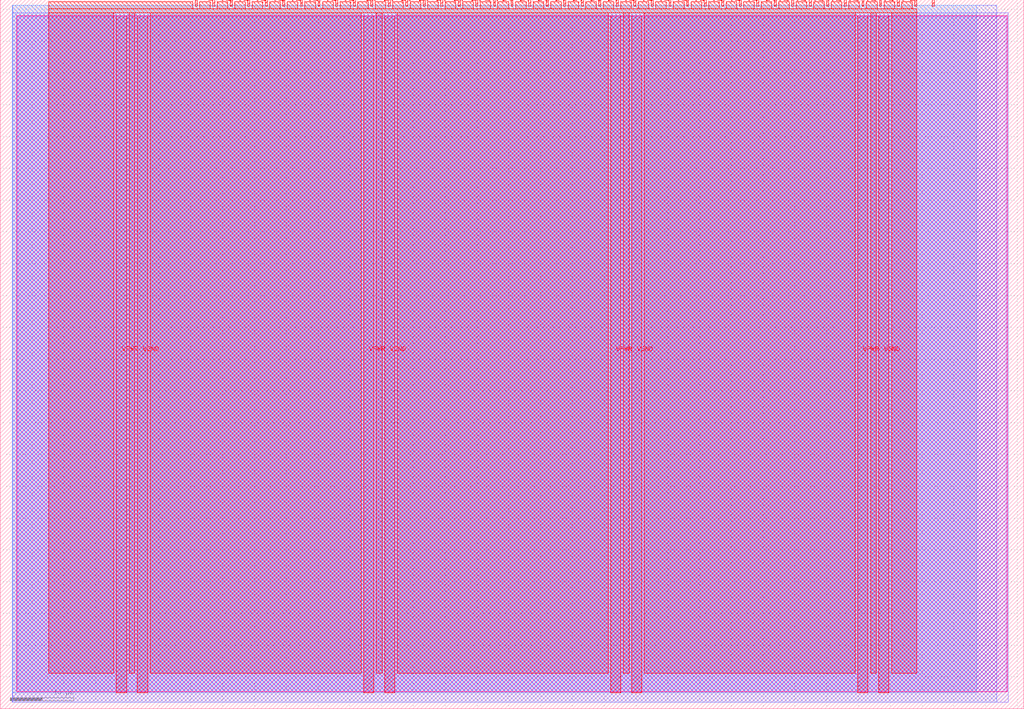
<source format=lef>
VERSION 5.7 ;
  NOWIREEXTENSIONATPIN ON ;
  DIVIDERCHAR "/" ;
  BUSBITCHARS "[]" ;
MACRO tt_um_camdenmil_sky25b
  CLASS BLOCK ;
  FOREIGN tt_um_camdenmil_sky25b ;
  ORIGIN 0.000 0.000 ;
  SIZE 161.000 BY 111.520 ;
  PIN VGND
    DIRECTION INOUT ;
    USE GROUND ;
    PORT
      LAYER met4 ;
        RECT 21.580 2.480 23.180 109.040 ;
    END
    PORT
      LAYER met4 ;
        RECT 60.450 2.480 62.050 109.040 ;
    END
    PORT
      LAYER met4 ;
        RECT 99.320 2.480 100.920 109.040 ;
    END
    PORT
      LAYER met4 ;
        RECT 138.190 2.480 139.790 109.040 ;
    END
  END VGND
  PIN VPWR
    DIRECTION INOUT ;
    USE POWER ;
    PORT
      LAYER met4 ;
        RECT 18.280 2.480 19.880 109.040 ;
    END
    PORT
      LAYER met4 ;
        RECT 57.150 2.480 58.750 109.040 ;
    END
    PORT
      LAYER met4 ;
        RECT 96.020 2.480 97.620 109.040 ;
    END
    PORT
      LAYER met4 ;
        RECT 134.890 2.480 136.490 109.040 ;
    END
  END VPWR
  PIN clk
    DIRECTION INPUT ;
    USE SIGNAL ;
    ANTENNAGATEAREA 0.852000 ;
    PORT
      LAYER met4 ;
        RECT 143.830 110.520 144.130 111.520 ;
    END
  END clk
  PIN ena
    DIRECTION INPUT ;
    USE SIGNAL ;
    PORT
      LAYER met4 ;
        RECT 146.590 110.520 146.890 111.520 ;
    END
  END ena
  PIN rst_n
    DIRECTION INPUT ;
    USE SIGNAL ;
    ANTENNAGATEAREA 0.196500 ;
    PORT
      LAYER met4 ;
        RECT 141.070 110.520 141.370 111.520 ;
    END
  END rst_n
  PIN ui_in[0]
    DIRECTION INPUT ;
    USE SIGNAL ;
    ANTENNAGATEAREA 0.213000 ;
    PORT
      LAYER met4 ;
        RECT 138.310 110.520 138.610 111.520 ;
    END
  END ui_in[0]
  PIN ui_in[1]
    DIRECTION INPUT ;
    USE SIGNAL ;
    ANTENNAGATEAREA 0.196500 ;
    PORT
      LAYER met4 ;
        RECT 135.550 110.520 135.850 111.520 ;
    END
  END ui_in[1]
  PIN ui_in[2]
    DIRECTION INPUT ;
    USE SIGNAL ;
    PORT
      LAYER met4 ;
        RECT 132.790 110.520 133.090 111.520 ;
    END
  END ui_in[2]
  PIN ui_in[3]
    DIRECTION INPUT ;
    USE SIGNAL ;
    PORT
      LAYER met4 ;
        RECT 130.030 110.520 130.330 111.520 ;
    END
  END ui_in[3]
  PIN ui_in[4]
    DIRECTION INPUT ;
    USE SIGNAL ;
    PORT
      LAYER met4 ;
        RECT 127.270 110.520 127.570 111.520 ;
    END
  END ui_in[4]
  PIN ui_in[5]
    DIRECTION INPUT ;
    USE SIGNAL ;
    PORT
      LAYER met4 ;
        RECT 124.510 110.520 124.810 111.520 ;
    END
  END ui_in[5]
  PIN ui_in[6]
    DIRECTION INPUT ;
    USE SIGNAL ;
    PORT
      LAYER met4 ;
        RECT 121.750 110.520 122.050 111.520 ;
    END
  END ui_in[6]
  PIN ui_in[7]
    DIRECTION INPUT ;
    USE SIGNAL ;
    PORT
      LAYER met4 ;
        RECT 118.990 110.520 119.290 111.520 ;
    END
  END ui_in[7]
  PIN uio_in[0]
    DIRECTION INPUT ;
    USE SIGNAL ;
    ANTENNAGATEAREA 0.196500 ;
    PORT
      LAYER met4 ;
        RECT 116.230 110.520 116.530 111.520 ;
    END
  END uio_in[0]
  PIN uio_in[1]
    DIRECTION INPUT ;
    USE SIGNAL ;
    PORT
      LAYER met4 ;
        RECT 113.470 110.520 113.770 111.520 ;
    END
  END uio_in[1]
  PIN uio_in[2]
    DIRECTION INPUT ;
    USE SIGNAL ;
    ANTENNAGATEAREA 0.196500 ;
    PORT
      LAYER met4 ;
        RECT 110.710 110.520 111.010 111.520 ;
    END
  END uio_in[2]
  PIN uio_in[3]
    DIRECTION INPUT ;
    USE SIGNAL ;
    ANTENNAGATEAREA 0.196500 ;
    PORT
      LAYER met4 ;
        RECT 107.950 110.520 108.250 111.520 ;
    END
  END uio_in[3]
  PIN uio_in[4]
    DIRECTION INPUT ;
    USE SIGNAL ;
    PORT
      LAYER met4 ;
        RECT 105.190 110.520 105.490 111.520 ;
    END
  END uio_in[4]
  PIN uio_in[5]
    DIRECTION INPUT ;
    USE SIGNAL ;
    PORT
      LAYER met4 ;
        RECT 102.430 110.520 102.730 111.520 ;
    END
  END uio_in[5]
  PIN uio_in[6]
    DIRECTION INPUT ;
    USE SIGNAL ;
    PORT
      LAYER met4 ;
        RECT 99.670 110.520 99.970 111.520 ;
    END
  END uio_in[6]
  PIN uio_in[7]
    DIRECTION INPUT ;
    USE SIGNAL ;
    PORT
      LAYER met4 ;
        RECT 96.910 110.520 97.210 111.520 ;
    END
  END uio_in[7]
  PIN uio_oe[0]
    DIRECTION OUTPUT ;
    USE SIGNAL ;
    PORT
      LAYER met4 ;
        RECT 49.990 110.520 50.290 111.520 ;
    END
  END uio_oe[0]
  PIN uio_oe[1]
    DIRECTION OUTPUT ;
    USE SIGNAL ;
    PORT
      LAYER met4 ;
        RECT 47.230 110.520 47.530 111.520 ;
    END
  END uio_oe[1]
  PIN uio_oe[2]
    DIRECTION OUTPUT ;
    USE SIGNAL ;
    PORT
      LAYER met4 ;
        RECT 44.470 110.520 44.770 111.520 ;
    END
  END uio_oe[2]
  PIN uio_oe[3]
    DIRECTION OUTPUT ;
    USE SIGNAL ;
    PORT
      LAYER met4 ;
        RECT 41.710 110.520 42.010 111.520 ;
    END
  END uio_oe[3]
  PIN uio_oe[4]
    DIRECTION OUTPUT ;
    USE SIGNAL ;
    PORT
      LAYER met4 ;
        RECT 38.950 110.520 39.250 111.520 ;
    END
  END uio_oe[4]
  PIN uio_oe[5]
    DIRECTION OUTPUT ;
    USE SIGNAL ;
    PORT
      LAYER met4 ;
        RECT 36.190 110.520 36.490 111.520 ;
    END
  END uio_oe[5]
  PIN uio_oe[6]
    DIRECTION OUTPUT ;
    USE SIGNAL ;
    PORT
      LAYER met4 ;
        RECT 33.430 110.520 33.730 111.520 ;
    END
  END uio_oe[6]
  PIN uio_oe[7]
    DIRECTION OUTPUT ;
    USE SIGNAL ;
    ANTENNADIFFAREA 0.445500 ;
    PORT
      LAYER met4 ;
        RECT 30.670 110.520 30.970 111.520 ;
    END
  END uio_oe[7]
  PIN uio_out[0]
    DIRECTION OUTPUT ;
    USE SIGNAL ;
    PORT
      LAYER met4 ;
        RECT 72.070 110.520 72.370 111.520 ;
    END
  END uio_out[0]
  PIN uio_out[1]
    DIRECTION OUTPUT ;
    USE SIGNAL ;
    PORT
      LAYER met4 ;
        RECT 69.310 110.520 69.610 111.520 ;
    END
  END uio_out[1]
  PIN uio_out[2]
    DIRECTION OUTPUT ;
    USE SIGNAL ;
    PORT
      LAYER met4 ;
        RECT 66.550 110.520 66.850 111.520 ;
    END
  END uio_out[2]
  PIN uio_out[3]
    DIRECTION OUTPUT ;
    USE SIGNAL ;
    PORT
      LAYER met4 ;
        RECT 63.790 110.520 64.090 111.520 ;
    END
  END uio_out[3]
  PIN uio_out[4]
    DIRECTION OUTPUT ;
    USE SIGNAL ;
    PORT
      LAYER met4 ;
        RECT 61.030 110.520 61.330 111.520 ;
    END
  END uio_out[4]
  PIN uio_out[5]
    DIRECTION OUTPUT ;
    USE SIGNAL ;
    PORT
      LAYER met4 ;
        RECT 58.270 110.520 58.570 111.520 ;
    END
  END uio_out[5]
  PIN uio_out[6]
    DIRECTION OUTPUT ;
    USE SIGNAL ;
    PORT
      LAYER met4 ;
        RECT 55.510 110.520 55.810 111.520 ;
    END
  END uio_out[6]
  PIN uio_out[7]
    DIRECTION OUTPUT ;
    USE SIGNAL ;
    ANTENNADIFFAREA 0.445500 ;
    PORT
      LAYER met4 ;
        RECT 52.750 110.520 53.050 111.520 ;
    END
  END uio_out[7]
  PIN uo_out[0]
    DIRECTION OUTPUT ;
    USE SIGNAL ;
    ANTENNADIFFAREA 0.795200 ;
    PORT
      LAYER met4 ;
        RECT 94.150 110.520 94.450 111.520 ;
    END
  END uo_out[0]
  PIN uo_out[1]
    DIRECTION OUTPUT ;
    USE SIGNAL ;
    ANTENNADIFFAREA 0.795200 ;
    PORT
      LAYER met4 ;
        RECT 91.390 110.520 91.690 111.520 ;
    END
  END uo_out[1]
  PIN uo_out[2]
    DIRECTION OUTPUT ;
    USE SIGNAL ;
    ANTENNADIFFAREA 0.445500 ;
    PORT
      LAYER met4 ;
        RECT 88.630 110.520 88.930 111.520 ;
    END
  END uo_out[2]
  PIN uo_out[3]
    DIRECTION OUTPUT ;
    USE SIGNAL ;
    ANTENNADIFFAREA 0.445500 ;
    PORT
      LAYER met4 ;
        RECT 85.870 110.520 86.170 111.520 ;
    END
  END uo_out[3]
  PIN uo_out[4]
    DIRECTION OUTPUT ;
    USE SIGNAL ;
    ANTENNADIFFAREA 0.445500 ;
    PORT
      LAYER met4 ;
        RECT 83.110 110.520 83.410 111.520 ;
    END
  END uo_out[4]
  PIN uo_out[5]
    DIRECTION OUTPUT ;
    USE SIGNAL ;
    ANTENNADIFFAREA 0.445500 ;
    PORT
      LAYER met4 ;
        RECT 80.350 110.520 80.650 111.520 ;
    END
  END uo_out[5]
  PIN uo_out[6]
    DIRECTION OUTPUT ;
    USE SIGNAL ;
    ANTENNADIFFAREA 0.795200 ;
    PORT
      LAYER met4 ;
        RECT 77.590 110.520 77.890 111.520 ;
    END
  END uo_out[6]
  PIN uo_out[7]
    DIRECTION OUTPUT ;
    USE SIGNAL ;
    ANTENNADIFFAREA 0.795200 ;
    PORT
      LAYER met4 ;
        RECT 74.830 110.520 75.130 111.520 ;
    END
  END uo_out[7]
  OBS
      LAYER nwell ;
        RECT 2.570 2.635 158.430 108.990 ;
      LAYER li1 ;
        RECT 2.760 2.635 158.240 108.885 ;
      LAYER met1 ;
        RECT 1.910 1.060 158.540 109.440 ;
      LAYER met2 ;
        RECT 1.930 1.030 156.760 110.685 ;
      LAYER met3 ;
        RECT 1.905 2.555 153.575 110.665 ;
      LAYER met4 ;
        RECT 7.655 110.120 30.270 111.170 ;
        RECT 31.370 110.120 33.030 111.170 ;
        RECT 34.130 110.120 35.790 111.170 ;
        RECT 36.890 110.120 38.550 111.170 ;
        RECT 39.650 110.120 41.310 111.170 ;
        RECT 42.410 110.120 44.070 111.170 ;
        RECT 45.170 110.120 46.830 111.170 ;
        RECT 47.930 110.120 49.590 111.170 ;
        RECT 50.690 110.120 52.350 111.170 ;
        RECT 53.450 110.120 55.110 111.170 ;
        RECT 56.210 110.120 57.870 111.170 ;
        RECT 58.970 110.120 60.630 111.170 ;
        RECT 61.730 110.120 63.390 111.170 ;
        RECT 64.490 110.120 66.150 111.170 ;
        RECT 67.250 110.120 68.910 111.170 ;
        RECT 70.010 110.120 71.670 111.170 ;
        RECT 72.770 110.120 74.430 111.170 ;
        RECT 75.530 110.120 77.190 111.170 ;
        RECT 78.290 110.120 79.950 111.170 ;
        RECT 81.050 110.120 82.710 111.170 ;
        RECT 83.810 110.120 85.470 111.170 ;
        RECT 86.570 110.120 88.230 111.170 ;
        RECT 89.330 110.120 90.990 111.170 ;
        RECT 92.090 110.120 93.750 111.170 ;
        RECT 94.850 110.120 96.510 111.170 ;
        RECT 97.610 110.120 99.270 111.170 ;
        RECT 100.370 110.120 102.030 111.170 ;
        RECT 103.130 110.120 104.790 111.170 ;
        RECT 105.890 110.120 107.550 111.170 ;
        RECT 108.650 110.120 110.310 111.170 ;
        RECT 111.410 110.120 113.070 111.170 ;
        RECT 114.170 110.120 115.830 111.170 ;
        RECT 116.930 110.120 118.590 111.170 ;
        RECT 119.690 110.120 121.350 111.170 ;
        RECT 122.450 110.120 124.110 111.170 ;
        RECT 125.210 110.120 126.870 111.170 ;
        RECT 127.970 110.120 129.630 111.170 ;
        RECT 130.730 110.120 132.390 111.170 ;
        RECT 133.490 110.120 135.150 111.170 ;
        RECT 136.250 110.120 137.910 111.170 ;
        RECT 139.010 110.120 140.670 111.170 ;
        RECT 141.770 110.120 143.430 111.170 ;
        RECT 7.655 109.440 144.145 110.120 ;
        RECT 7.655 5.615 17.880 109.440 ;
        RECT 20.280 5.615 21.180 109.440 ;
        RECT 23.580 5.615 56.750 109.440 ;
        RECT 59.150 5.615 60.050 109.440 ;
        RECT 62.450 5.615 95.620 109.440 ;
        RECT 98.020 5.615 98.920 109.440 ;
        RECT 101.320 5.615 134.490 109.440 ;
        RECT 136.890 5.615 137.790 109.440 ;
        RECT 140.190 5.615 144.145 109.440 ;
  END
END tt_um_camdenmil_sky25b
END LIBRARY


</source>
